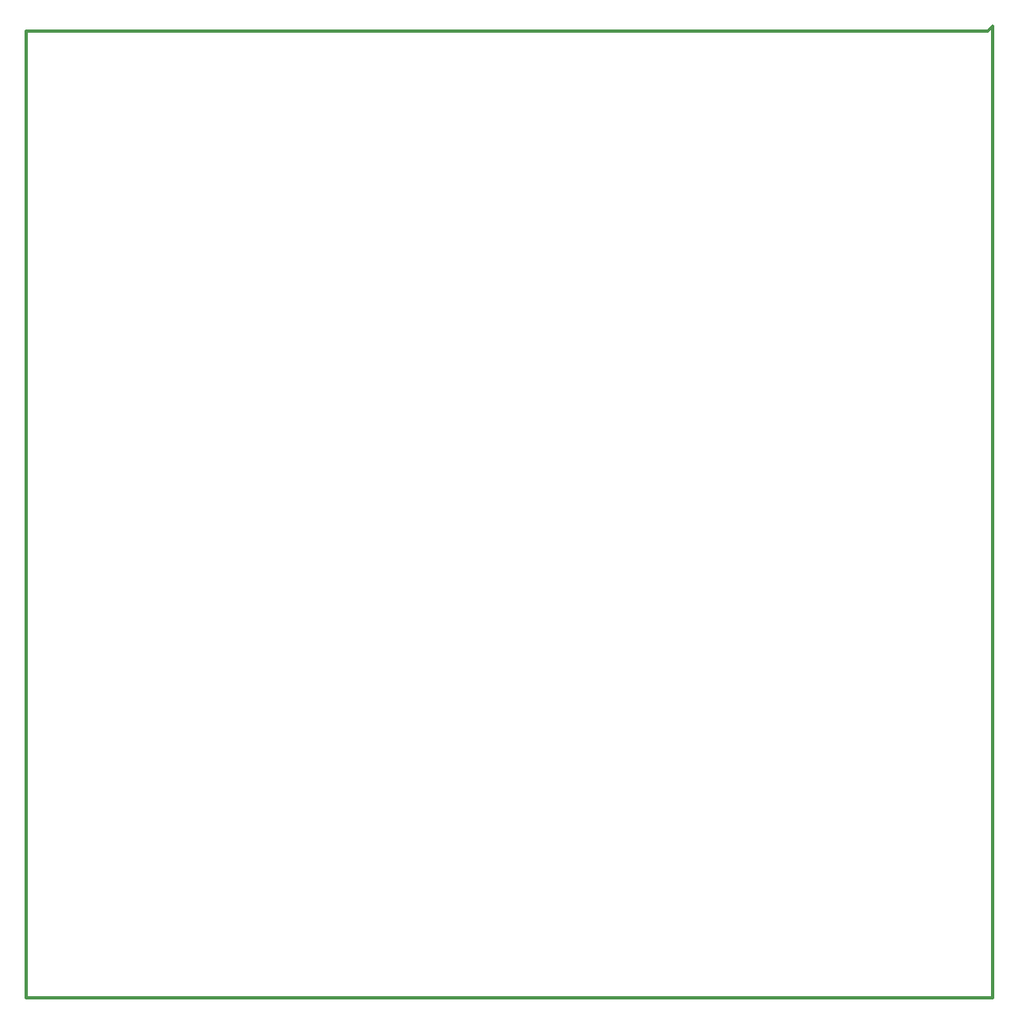
<source format=gko>
G04*
G04 #@! TF.GenerationSoftware,Altium Limited,Altium Designer,20.0.10 (225)*
G04*
G04 Layer_Color=16711935*
%FSLAX44Y44*%
%MOMM*%
G71*
G01*
G75*
%ADD60C,0.3500*%
D60*
X0Y0D02*
Y1000000D01*
Y1000000D02*
X995000Y1000000D01*
X1000000Y1005000D01*
Y0D02*
Y1005000D01*
X0Y0D02*
X1000000D01*
M02*

</source>
